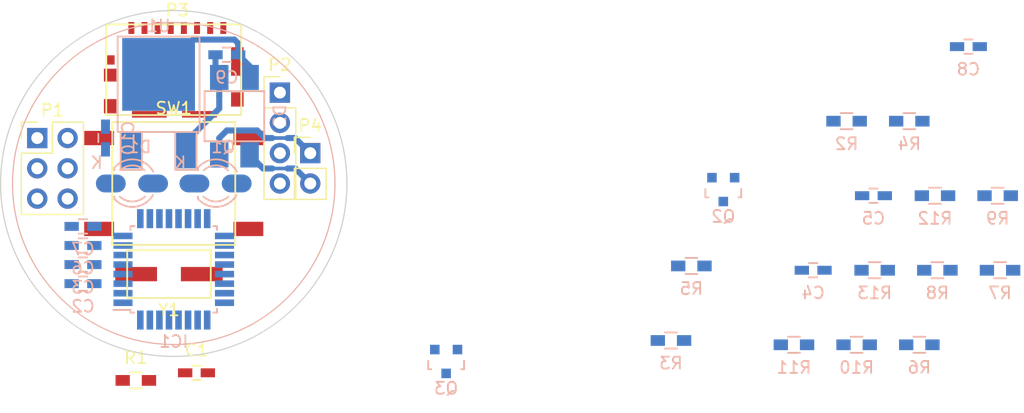
<source format=kicad_pcb>
(kicad_pcb (version 4) (host pcbnew 4.0.5-e0-6337~49~ubuntu16.04.1)

  (general
    (links 88)
    (no_connects 88)
    (area 130.449999 80.449999 159.550001 109.550001)
    (thickness 1.6)
    (drawings 2)
    (tracks 25)
    (zones 0)
    (modules 36)
    (nets 39)
  )

  (page A4)
  (layers
    (0 F.Cu signal)
    (31 B.Cu signal)
    (32 B.Adhes user)
    (33 F.Adhes user)
    (34 B.Paste user)
    (35 F.Paste user)
    (36 B.SilkS user)
    (37 F.SilkS user)
    (38 B.Mask user)
    (39 F.Mask user)
    (40 Dwgs.User user)
    (41 Cmts.User user)
    (42 Eco1.User user)
    (43 Eco2.User user)
    (44 Edge.Cuts user)
    (45 Margin user)
    (46 B.CrtYd user)
    (47 F.CrtYd user)
    (48 B.Fab user)
    (49 F.Fab user)
  )

  (setup
    (last_trace_width 0.3048)
    (user_trace_width 0.2032)
    (user_trace_width 0.254)
    (user_trace_width 0.3048)
    (user_trace_width 0.4064)
    (user_trace_width 0.508)
    (trace_clearance 0.254)
    (zone_clearance 0.508)
    (zone_45_only no)
    (trace_min 0.2032)
    (segment_width 0.1)
    (edge_width 0.1)
    (via_size 0.6096)
    (via_drill 0.3048)
    (via_min_size 0.6096)
    (via_min_drill 0.3048)
    (uvia_size 0.3)
    (uvia_drill 0.1)
    (uvias_allowed no)
    (uvia_min_size 0)
    (uvia_min_drill 0)
    (pcb_text_width 0.3)
    (pcb_text_size 1.5 1.5)
    (mod_edge_width 0.15)
    (mod_text_size 1 1)
    (mod_text_width 0.15)
    (pad_size 1.5 1.5)
    (pad_drill 0.6)
    (pad_to_mask_clearance 0)
    (aux_axis_origin 0 0)
    (grid_origin 145 95)
    (visible_elements FFFFFF7F)
    (pcbplotparams
      (layerselection 0x00030_80000001)
      (usegerberextensions false)
      (excludeedgelayer true)
      (linewidth 0.100000)
      (plotframeref false)
      (viasonmask false)
      (mode 1)
      (useauxorigin false)
      (hpglpennumber 1)
      (hpglpenspeed 20)
      (hpglpendiameter 15)
      (hpglpenoverlay 2)
      (psnegative false)
      (psa4output false)
      (plotreference true)
      (plotvalue true)
      (plotinvisibletext false)
      (padsonsilk false)
      (subtractmaskfromsilk false)
      (outputformat 1)
      (mirror false)
      (drillshape 1)
      (scaleselection 1)
      (outputdirectory ""))
  )

  (net 0 "")
  (net 1 RESET)
  (net 2 GND)
  (net 3 +3V3)
  (net 4 "Net-(C5-Pad1)")
  (net 5 XTAL1)
  (net 6 XTAL2)
  (net 7 VCC)
  (net 8 "Net-(D1-Pad1)")
  (net 9 "Net-(D1-Pad2)")
  (net 10 "Net-(D2-Pad4)")
  (net 11 "Net-(IC1-Pad1)")
  (net 12 "Net-(IC1-Pad2)")
  (net 13 "Net-(IC1-Pad9)")
  (net 14 "Net-(IC1-Pad10)")
  (net 15 "Net-(IC1-Pad11)")
  (net 16 "Net-(IC1-Pad12)")
  (net 17 "Net-(IC1-Pad13)")
  (net 18 SS)
  (net 19 MOSI)
  (net 20 MISO)
  (net 21 SCK)
  (net 22 "Net-(IC1-Pad19)")
  (net 23 "Net-(IC1-Pad22)")
  (net 24 SW)
  (net 25 LED1)
  (net 26 LED2)
  (net 27 UART_EN)
  (net 28 DETECT)
  (net 29 "Net-(IC1-Pad28)")
  (net 30 RX)
  (net 31 TX)
  (net 32 "Net-(IC1-Pad32)")
  (net 33 "Net-(P3-Pad1)")
  (net 34 "Net-(P3-Pad8)")
  (net 35 "Net-(Q1-Pad2)")
  (net 36 "Net-(Q3-Pad1)")
  (net 37 "Net-(R10-Pad2)")
  (net 38 "Net-(D2-Pad3)")

  (net_class Default "This is the default net class."
    (clearance 0.254)
    (trace_width 0.3048)
    (via_dia 0.6096)
    (via_drill 0.3048)
    (uvia_dia 0.3)
    (uvia_drill 0.1)
    (add_net +3V3)
    (add_net DETECT)
    (add_net GND)
    (add_net LED1)
    (add_net LED2)
    (add_net MISO)
    (add_net MOSI)
    (add_net "Net-(C5-Pad1)")
    (add_net "Net-(D1-Pad1)")
    (add_net "Net-(D1-Pad2)")
    (add_net "Net-(D2-Pad3)")
    (add_net "Net-(D2-Pad4)")
    (add_net "Net-(IC1-Pad1)")
    (add_net "Net-(IC1-Pad10)")
    (add_net "Net-(IC1-Pad11)")
    (add_net "Net-(IC1-Pad12)")
    (add_net "Net-(IC1-Pad13)")
    (add_net "Net-(IC1-Pad19)")
    (add_net "Net-(IC1-Pad2)")
    (add_net "Net-(IC1-Pad22)")
    (add_net "Net-(IC1-Pad28)")
    (add_net "Net-(IC1-Pad32)")
    (add_net "Net-(IC1-Pad9)")
    (add_net "Net-(P3-Pad1)")
    (add_net "Net-(P3-Pad8)")
    (add_net "Net-(Q1-Pad2)")
    (add_net "Net-(Q3-Pad1)")
    (add_net "Net-(R10-Pad2)")
    (add_net RESET)
    (add_net RX)
    (add_net SCK)
    (add_net SS)
    (add_net SW)
    (add_net TX)
    (add_net UART_EN)
    (add_net VCC)
    (add_net XTAL1)
    (add_net XTAL2)
  )

  (module Pin_Headers:Pin_Header_Straight_2x03_Pitch2.54mm locked (layer F.Cu) (tedit 59650532) (tstamp 5A428738)
    (at 133.57 91.19)
    (descr "Through hole straight pin header, 2x03, 2.54mm pitch, double rows")
    (tags "Through hole pin header THT 2x03 2.54mm double row")
    (path /5A2311F6)
    (fp_text reference P1 (at 1.27 -2.33) (layer F.SilkS)
      (effects (font (size 1 1) (thickness 0.15)))
    )
    (fp_text value ISP (at 1.27 7.41) (layer F.Fab)
      (effects (font (size 1 1) (thickness 0.15)))
    )
    (fp_line (start 0 -1.27) (end 3.81 -1.27) (layer F.Fab) (width 0.1))
    (fp_line (start 3.81 -1.27) (end 3.81 6.35) (layer F.Fab) (width 0.1))
    (fp_line (start 3.81 6.35) (end -1.27 6.35) (layer F.Fab) (width 0.1))
    (fp_line (start -1.27 6.35) (end -1.27 0) (layer F.Fab) (width 0.1))
    (fp_line (start -1.27 0) (end 0 -1.27) (layer F.Fab) (width 0.1))
    (fp_line (start -1.33 6.41) (end 3.87 6.41) (layer F.SilkS) (width 0.12))
    (fp_line (start -1.33 1.27) (end -1.33 6.41) (layer F.SilkS) (width 0.12))
    (fp_line (start 3.87 -1.33) (end 3.87 6.41) (layer F.SilkS) (width 0.12))
    (fp_line (start -1.33 1.27) (end 1.27 1.27) (layer F.SilkS) (width 0.12))
    (fp_line (start 1.27 1.27) (end 1.27 -1.33) (layer F.SilkS) (width 0.12))
    (fp_line (start 1.27 -1.33) (end 3.87 -1.33) (layer F.SilkS) (width 0.12))
    (fp_line (start -1.33 0) (end -1.33 -1.33) (layer F.SilkS) (width 0.12))
    (fp_line (start -1.33 -1.33) (end 0 -1.33) (layer F.SilkS) (width 0.12))
    (fp_line (start -1.8 -1.8) (end -1.8 6.85) (layer F.CrtYd) (width 0.05))
    (fp_line (start -1.8 6.85) (end 4.35 6.85) (layer F.CrtYd) (width 0.05))
    (fp_line (start 4.35 6.85) (end 4.35 -1.8) (layer F.CrtYd) (width 0.05))
    (fp_line (start 4.35 -1.8) (end -1.8 -1.8) (layer F.CrtYd) (width 0.05))
    (fp_text user %R (at 1.27 2.54 90) (layer F.Fab)
      (effects (font (size 1 1) (thickness 0.15)))
    )
    (pad 1 thru_hole rect (at 0 0) (size 1.7 1.7) (drill 1) (layers *.Cu *.Mask)
      (net 20 MISO))
    (pad 2 thru_hole oval (at 2.54 0) (size 1.7 1.7) (drill 1) (layers *.Cu *.Mask)
      (net 3 +3V3))
    (pad 3 thru_hole oval (at 0 2.54) (size 1.7 1.7) (drill 1) (layers *.Cu *.Mask)
      (net 21 SCK))
    (pad 4 thru_hole oval (at 2.54 2.54) (size 1.7 1.7) (drill 1) (layers *.Cu *.Mask)
      (net 19 MOSI))
    (pad 5 thru_hole oval (at 0 5.08) (size 1.7 1.7) (drill 1) (layers *.Cu *.Mask)
      (net 1 RESET))
    (pad 6 thru_hole oval (at 2.54 5.08) (size 1.7 1.7) (drill 1) (layers *.Cu *.Mask)
      (net 2 GND))
    (model ${KISYS3DMOD}/Pin_Headers.3dshapes/Pin_Header_Straight_2x03_Pitch2.54mm.wrl
      (at (xyz 0 0 0))
      (scale (xyz 1 1 1))
      (rotate (xyz 0 0 0))
    )
  )

  (module Pin_Headers:Pin_Header_Straight_1x04_Pitch2.54mm locked (layer F.Cu) (tedit 59650532) (tstamp 5A428740)
    (at 153.89 87.38)
    (descr "Through hole straight pin header, 1x04, 2.54mm pitch, single row")
    (tags "Through hole pin header THT 1x04 2.54mm single row")
    (path /5A2EF120)
    (fp_text reference P2 (at 0 -2.33) (layer F.SilkS)
      (effects (font (size 1 1) (thickness 0.15)))
    )
    (fp_text value UART (at 0 9.95) (layer F.Fab)
      (effects (font (size 1 1) (thickness 0.15)))
    )
    (fp_line (start -0.635 -1.27) (end 1.27 -1.27) (layer F.Fab) (width 0.1))
    (fp_line (start 1.27 -1.27) (end 1.27 8.89) (layer F.Fab) (width 0.1))
    (fp_line (start 1.27 8.89) (end -1.27 8.89) (layer F.Fab) (width 0.1))
    (fp_line (start -1.27 8.89) (end -1.27 -0.635) (layer F.Fab) (width 0.1))
    (fp_line (start -1.27 -0.635) (end -0.635 -1.27) (layer F.Fab) (width 0.1))
    (fp_line (start -1.33 8.95) (end 1.33 8.95) (layer F.SilkS) (width 0.12))
    (fp_line (start -1.33 1.27) (end -1.33 8.95) (layer F.SilkS) (width 0.12))
    (fp_line (start 1.33 1.27) (end 1.33 8.95) (layer F.SilkS) (width 0.12))
    (fp_line (start -1.33 1.27) (end 1.33 1.27) (layer F.SilkS) (width 0.12))
    (fp_line (start -1.33 0) (end -1.33 -1.33) (layer F.SilkS) (width 0.12))
    (fp_line (start -1.33 -1.33) (end 0 -1.33) (layer F.SilkS) (width 0.12))
    (fp_line (start -1.8 -1.8) (end -1.8 9.4) (layer F.CrtYd) (width 0.05))
    (fp_line (start -1.8 9.4) (end 1.8 9.4) (layer F.CrtYd) (width 0.05))
    (fp_line (start 1.8 9.4) (end 1.8 -1.8) (layer F.CrtYd) (width 0.05))
    (fp_line (start 1.8 -1.8) (end -1.8 -1.8) (layer F.CrtYd) (width 0.05))
    (fp_text user %R (at 0 3.81 90) (layer F.Fab)
      (effects (font (size 1 1) (thickness 0.15)))
    )
    (pad 1 thru_hole rect (at 0 0) (size 1.7 1.7) (drill 1) (layers *.Cu *.Mask)
      (net 27 UART_EN))
    (pad 2 thru_hole oval (at 0 2.54) (size 1.7 1.7) (drill 1) (layers *.Cu *.Mask)
      (net 30 RX))
    (pad 3 thru_hole oval (at 0 5.08) (size 1.7 1.7) (drill 1) (layers *.Cu *.Mask)
      (net 31 TX))
    (pad 4 thru_hole oval (at 0 7.62) (size 1.7 1.7) (drill 1) (layers *.Cu *.Mask)
      (net 2 GND))
    (model ${KISYS3DMOD}/Pin_Headers.3dshapes/Pin_Header_Straight_1x04_Pitch2.54mm.wrl
      (at (xyz 0 0 0))
      (scale (xyz 1 1 1))
      (rotate (xyz 0 0 0))
    )
  )

  (module TO_SOT_Packages_SMD:TO-252-2Lead (layer B.Cu) (tedit 0) (tstamp 5A4287EF)
    (at 143.73 92.206 180)
    (descr "DPAK / TO-252 2-lead smd package")
    (tags "dpak TO-252")
    (path /5A2854BD/5A289269)
    (attr smd)
    (fp_text reference U1 (at 0 10.414 180) (layer B.SilkS)
      (effects (font (size 1 1) (thickness 0.15)) (justify mirror))
    )
    (fp_text value 78M33C (at 0 2.413 180) (layer B.Fab)
      (effects (font (size 1 1) (thickness 0.15)) (justify mirror))
    )
    (fp_line (start 1.397 1.524) (end 1.397 -1.651) (layer B.SilkS) (width 0.15))
    (fp_line (start 1.397 -1.651) (end 3.175 -1.651) (layer B.SilkS) (width 0.15))
    (fp_line (start 3.175 -1.651) (end 3.175 1.524) (layer B.SilkS) (width 0.15))
    (fp_line (start -3.175 1.524) (end -3.175 -1.651) (layer B.SilkS) (width 0.15))
    (fp_line (start -3.175 -1.651) (end -1.397 -1.651) (layer B.SilkS) (width 0.15))
    (fp_line (start -1.397 -1.651) (end -1.397 1.524) (layer B.SilkS) (width 0.15))
    (fp_line (start 3.429 7.62) (end 3.429 1.524) (layer B.SilkS) (width 0.15))
    (fp_line (start 3.429 1.524) (end -3.429 1.524) (layer B.SilkS) (width 0.15))
    (fp_line (start -3.429 1.524) (end -3.429 9.398) (layer B.SilkS) (width 0.15))
    (fp_line (start -3.429 9.525) (end 3.429 9.525) (layer B.SilkS) (width 0.15))
    (fp_line (start 3.429 9.398) (end 3.429 7.62) (layer B.SilkS) (width 0.15))
    (pad 1 smd rect (at -2.286 0 180) (size 1.651 3.048) (layers B.Cu B.Paste B.Mask)
      (net 7 VCC))
    (pad 2 smd rect (at 0 6.35 180) (size 6.096 6.096) (layers B.Cu B.Paste B.Mask)
      (net 2 GND))
    (pad 3 smd rect (at 2.286 0 180) (size 1.651 3.048) (layers B.Cu B.Paste B.Mask)
      (net 3 +3V3))
    (model TO_SOT_Packages_SMD.3dshapes/TO-252-2Lead.wrl
      (at (xyz 0 0 0))
      (scale (xyz 1 1 1))
      (rotate (xyz 0 0 0))
    )
  )

  (module TO_SOT_Packages_SMD:SOT-23 (layer B.Cu) (tedit 553634F8) (tstamp 5A42878E)
    (at 167.810001 109.924999)
    (descr "SOT-23, Standard")
    (tags SOT-23)
    (path /5A22E3A4)
    (attr smd)
    (fp_text reference Q3 (at 0 2.25) (layer B.SilkS)
      (effects (font (size 1 1) (thickness 0.15)) (justify mirror))
    )
    (fp_text value BC807-40 (at 0 -2.3) (layer B.Fab)
      (effects (font (size 1 1) (thickness 0.15)) (justify mirror))
    )
    (fp_line (start -1.65 1.6) (end 1.65 1.6) (layer B.CrtYd) (width 0.05))
    (fp_line (start 1.65 1.6) (end 1.65 -1.6) (layer B.CrtYd) (width 0.05))
    (fp_line (start 1.65 -1.6) (end -1.65 -1.6) (layer B.CrtYd) (width 0.05))
    (fp_line (start -1.65 -1.6) (end -1.65 1.6) (layer B.CrtYd) (width 0.05))
    (fp_line (start 1.29916 0.65024) (end 1.2509 0.65024) (layer B.SilkS) (width 0.15))
    (fp_line (start -1.49982 -0.0508) (end -1.49982 0.65024) (layer B.SilkS) (width 0.15))
    (fp_line (start -1.49982 0.65024) (end -1.2509 0.65024) (layer B.SilkS) (width 0.15))
    (fp_line (start 1.29916 0.65024) (end 1.49982 0.65024) (layer B.SilkS) (width 0.15))
    (fp_line (start 1.49982 0.65024) (end 1.49982 -0.0508) (layer B.SilkS) (width 0.15))
    (pad 1 smd rect (at -0.95 -1.00076) (size 0.8001 0.8001) (layers B.Cu B.Paste B.Mask)
      (net 36 "Net-(Q3-Pad1)"))
    (pad 2 smd rect (at 0.95 -1.00076) (size 0.8001 0.8001) (layers B.Cu B.Paste B.Mask)
      (net 3 +3V3))
    (pad 3 smd rect (at 0 0.99822) (size 0.8001 0.8001) (layers B.Cu B.Paste B.Mask)
      (net 9 "Net-(D1-Pad2)"))
    (model TO_SOT_Packages_SMD.3dshapes/SOT-23.wrl
      (at (xyz 0 0 0))
      (scale (xyz 1 1 1))
      (rotate (xyz 0 0 0))
    )
  )

  (module TO_SOT_Packages_SMD:SOT-23 (layer B.Cu) (tedit 553634F8) (tstamp 5A428787)
    (at 191.020001 95.514999)
    (descr "SOT-23, Standard")
    (tags SOT-23)
    (path /5A1B4FE3)
    (attr smd)
    (fp_text reference Q2 (at 0 2.25) (layer B.SilkS)
      (effects (font (size 1 1) (thickness 0.15)) (justify mirror))
    )
    (fp_text value BC817-40 (at 0 -2.3) (layer B.Fab)
      (effects (font (size 1 1) (thickness 0.15)) (justify mirror))
    )
    (fp_line (start -1.65 1.6) (end 1.65 1.6) (layer B.CrtYd) (width 0.05))
    (fp_line (start 1.65 1.6) (end 1.65 -1.6) (layer B.CrtYd) (width 0.05))
    (fp_line (start 1.65 -1.6) (end -1.65 -1.6) (layer B.CrtYd) (width 0.05))
    (fp_line (start -1.65 -1.6) (end -1.65 1.6) (layer B.CrtYd) (width 0.05))
    (fp_line (start 1.29916 0.65024) (end 1.2509 0.65024) (layer B.SilkS) (width 0.15))
    (fp_line (start -1.49982 -0.0508) (end -1.49982 0.65024) (layer B.SilkS) (width 0.15))
    (fp_line (start -1.49982 0.65024) (end -1.2509 0.65024) (layer B.SilkS) (width 0.15))
    (fp_line (start 1.29916 0.65024) (end 1.49982 0.65024) (layer B.SilkS) (width 0.15))
    (fp_line (start 1.49982 0.65024) (end 1.49982 -0.0508) (layer B.SilkS) (width 0.15))
    (pad 1 smd rect (at -0.95 -1.00076) (size 0.8001 0.8001) (layers B.Cu B.Paste B.Mask)
      (net 35 "Net-(Q1-Pad2)"))
    (pad 2 smd rect (at 0.95 -1.00076) (size 0.8001 0.8001) (layers B.Cu B.Paste B.Mask)
      (net 2 GND))
    (pad 3 smd rect (at 0 0.99822) (size 0.8001 0.8001) (layers B.Cu B.Paste B.Mask)
      (net 30 RX))
    (model TO_SOT_Packages_SMD.3dshapes/SOT-23.wrl
      (at (xyz 0 0 0))
      (scale (xyz 1 1 1))
      (rotate (xyz 0 0 0))
    )
  )

  (module Pin_Headers:Pin_Header_Straight_1x02_Pitch2.54mm locked (layer F.Cu) (tedit 59650532) (tstamp 5A42877A)
    (at 156.43 92.46)
    (descr "Through hole straight pin header, 1x02, 2.54mm pitch, single row")
    (tags "Through hole pin header THT 1x02 2.54mm single row")
    (path /5A2854BD/5A289256)
    (fp_text reference P4 (at 0 -2.33) (layer F.SilkS)
      (effects (font (size 1 1) (thickness 0.15)))
    )
    (fp_text value Vin (at 0 4.87) (layer F.Fab)
      (effects (font (size 1 1) (thickness 0.15)))
    )
    (fp_line (start -0.635 -1.27) (end 1.27 -1.27) (layer F.Fab) (width 0.1))
    (fp_line (start 1.27 -1.27) (end 1.27 3.81) (layer F.Fab) (width 0.1))
    (fp_line (start 1.27 3.81) (end -1.27 3.81) (layer F.Fab) (width 0.1))
    (fp_line (start -1.27 3.81) (end -1.27 -0.635) (layer F.Fab) (width 0.1))
    (fp_line (start -1.27 -0.635) (end -0.635 -1.27) (layer F.Fab) (width 0.1))
    (fp_line (start -1.33 3.87) (end 1.33 3.87) (layer F.SilkS) (width 0.12))
    (fp_line (start -1.33 1.27) (end -1.33 3.87) (layer F.SilkS) (width 0.12))
    (fp_line (start 1.33 1.27) (end 1.33 3.87) (layer F.SilkS) (width 0.12))
    (fp_line (start -1.33 1.27) (end 1.33 1.27) (layer F.SilkS) (width 0.12))
    (fp_line (start -1.33 0) (end -1.33 -1.33) (layer F.SilkS) (width 0.12))
    (fp_line (start -1.33 -1.33) (end 0 -1.33) (layer F.SilkS) (width 0.12))
    (fp_line (start -1.8 -1.8) (end -1.8 4.35) (layer F.CrtYd) (width 0.05))
    (fp_line (start -1.8 4.35) (end 1.8 4.35) (layer F.CrtYd) (width 0.05))
    (fp_line (start 1.8 4.35) (end 1.8 -1.8) (layer F.CrtYd) (width 0.05))
    (fp_line (start 1.8 -1.8) (end -1.8 -1.8) (layer F.CrtYd) (width 0.05))
    (fp_text user %R (at 0 1.27 90) (layer F.Fab)
      (effects (font (size 1 1) (thickness 0.15)))
    )
    (pad 1 thru_hole rect (at 0 0) (size 1.7 1.7) (drill 1) (layers *.Cu *.Mask)
      (net 10 "Net-(D2-Pad4)"))
    (pad 2 thru_hole oval (at 0 2.54) (size 1.7 1.7) (drill 1) (layers *.Cu *.Mask)
      (net 38 "Net-(D2-Pad3)"))
    (model ${KISYS3DMOD}/Pin_Headers.3dshapes/Pin_Header_Straight_1x02_Pitch2.54mm.wrl
      (at (xyz 0 0 0))
      (scale (xyz 1 1 1))
      (rotate (xyz 0 0 0))
    )
  )

  (module Housings_QFP:TQFP-32_7x7mm_Pitch0.8mm (layer B.Cu) (tedit 54130A77) (tstamp 5A42872E)
    (at 145 102.2)
    (descr "32-Lead Plastic Thin Quad Flatpack (PT) - 7x7x1.0 mm Body, 2.00 mm [TQFP] (see Microchip Packaging Specification 00000049BS.pdf)")
    (tags "QFP 0.8")
    (path /5A1B499F)
    (attr smd)
    (fp_text reference IC1 (at 0 6.05) (layer B.SilkS)
      (effects (font (size 1 1) (thickness 0.15)) (justify mirror))
    )
    (fp_text value ATMEGA328P-A (at 0 -6.05) (layer B.Fab)
      (effects (font (size 1 1) (thickness 0.15)) (justify mirror))
    )
    (fp_text user %R (at 0 0.03) (layer B.Fab)
      (effects (font (size 1 1) (thickness 0.15)) (justify mirror))
    )
    (fp_line (start -2.5 3.5) (end 3.5 3.5) (layer B.Fab) (width 0.15))
    (fp_line (start 3.5 3.5) (end 3.5 -3.5) (layer B.Fab) (width 0.15))
    (fp_line (start 3.5 -3.5) (end -3.5 -3.5) (layer B.Fab) (width 0.15))
    (fp_line (start -3.5 -3.5) (end -3.5 2.5) (layer B.Fab) (width 0.15))
    (fp_line (start -3.5 2.5) (end -2.5 3.5) (layer B.Fab) (width 0.15))
    (fp_line (start -5.3 5.3) (end -5.3 -5.3) (layer B.CrtYd) (width 0.05))
    (fp_line (start 5.3 5.3) (end 5.3 -5.3) (layer B.CrtYd) (width 0.05))
    (fp_line (start -5.3 5.3) (end 5.3 5.3) (layer B.CrtYd) (width 0.05))
    (fp_line (start -5.3 -5.3) (end 5.3 -5.3) (layer B.CrtYd) (width 0.05))
    (fp_line (start -3.625 3.625) (end -3.625 3.4) (layer B.SilkS) (width 0.15))
    (fp_line (start 3.625 3.625) (end 3.625 3.3) (layer B.SilkS) (width 0.15))
    (fp_line (start 3.625 -3.625) (end 3.625 -3.3) (layer B.SilkS) (width 0.15))
    (fp_line (start -3.625 -3.625) (end -3.625 -3.3) (layer B.SilkS) (width 0.15))
    (fp_line (start -3.625 3.625) (end -3.3 3.625) (layer B.SilkS) (width 0.15))
    (fp_line (start -3.625 -3.625) (end -3.3 -3.625) (layer B.SilkS) (width 0.15))
    (fp_line (start 3.625 -3.625) (end 3.3 -3.625) (layer B.SilkS) (width 0.15))
    (fp_line (start 3.625 3.625) (end 3.3 3.625) (layer B.SilkS) (width 0.15))
    (fp_line (start -3.625 3.4) (end -5.05 3.4) (layer B.SilkS) (width 0.15))
    (pad 1 smd rect (at -4.25 2.8) (size 1.6 0.55) (layers B.Cu B.Paste B.Mask)
      (net 11 "Net-(IC1-Pad1)"))
    (pad 2 smd rect (at -4.25 2) (size 1.6 0.55) (layers B.Cu B.Paste B.Mask)
      (net 12 "Net-(IC1-Pad2)"))
    (pad 3 smd rect (at -4.25 1.2) (size 1.6 0.55) (layers B.Cu B.Paste B.Mask)
      (net 2 GND))
    (pad 4 smd rect (at -4.25 0.4) (size 1.6 0.55) (layers B.Cu B.Paste B.Mask)
      (net 3 +3V3))
    (pad 5 smd rect (at -4.25 -0.4) (size 1.6 0.55) (layers B.Cu B.Paste B.Mask)
      (net 2 GND))
    (pad 6 smd rect (at -4.25 -1.2) (size 1.6 0.55) (layers B.Cu B.Paste B.Mask)
      (net 3 +3V3))
    (pad 7 smd rect (at -4.25 -2) (size 1.6 0.55) (layers B.Cu B.Paste B.Mask)
      (net 5 XTAL1))
    (pad 8 smd rect (at -4.25 -2.8) (size 1.6 0.55) (layers B.Cu B.Paste B.Mask)
      (net 6 XTAL2))
    (pad 9 smd rect (at -2.8 -4.25 270) (size 1.6 0.55) (layers B.Cu B.Paste B.Mask)
      (net 13 "Net-(IC1-Pad9)"))
    (pad 10 smd rect (at -2 -4.25 270) (size 1.6 0.55) (layers B.Cu B.Paste B.Mask)
      (net 14 "Net-(IC1-Pad10)"))
    (pad 11 smd rect (at -1.2 -4.25 270) (size 1.6 0.55) (layers B.Cu B.Paste B.Mask)
      (net 15 "Net-(IC1-Pad11)"))
    (pad 12 smd rect (at -0.4 -4.25 270) (size 1.6 0.55) (layers B.Cu B.Paste B.Mask)
      (net 16 "Net-(IC1-Pad12)"))
    (pad 13 smd rect (at 0.4 -4.25 270) (size 1.6 0.55) (layers B.Cu B.Paste B.Mask)
      (net 17 "Net-(IC1-Pad13)"))
    (pad 14 smd rect (at 1.2 -4.25 270) (size 1.6 0.55) (layers B.Cu B.Paste B.Mask)
      (net 18 SS))
    (pad 15 smd rect (at 2 -4.25 270) (size 1.6 0.55) (layers B.Cu B.Paste B.Mask)
      (net 19 MOSI))
    (pad 16 smd rect (at 2.8 -4.25 270) (size 1.6 0.55) (layers B.Cu B.Paste B.Mask)
      (net 20 MISO))
    (pad 17 smd rect (at 4.25 -2.8) (size 1.6 0.55) (layers B.Cu B.Paste B.Mask)
      (net 21 SCK))
    (pad 18 smd rect (at 4.25 -2) (size 1.6 0.55) (layers B.Cu B.Paste B.Mask)
      (net 3 +3V3))
    (pad 19 smd rect (at 4.25 -1.2) (size 1.6 0.55) (layers B.Cu B.Paste B.Mask)
      (net 22 "Net-(IC1-Pad19)"))
    (pad 20 smd rect (at 4.25 -0.4) (size 1.6 0.55) (layers B.Cu B.Paste B.Mask)
      (net 4 "Net-(C5-Pad1)"))
    (pad 21 smd rect (at 4.25 0.4) (size 1.6 0.55) (layers B.Cu B.Paste B.Mask)
      (net 2 GND))
    (pad 22 smd rect (at 4.25 1.2) (size 1.6 0.55) (layers B.Cu B.Paste B.Mask)
      (net 23 "Net-(IC1-Pad22)"))
    (pad 23 smd rect (at 4.25 2) (size 1.6 0.55) (layers B.Cu B.Paste B.Mask)
      (net 24 SW))
    (pad 24 smd rect (at 4.25 2.8) (size 1.6 0.55) (layers B.Cu B.Paste B.Mask)
      (net 25 LED1))
    (pad 25 smd rect (at 2.8 4.25 270) (size 1.6 0.55) (layers B.Cu B.Paste B.Mask)
      (net 26 LED2))
    (pad 26 smd rect (at 2 4.25 270) (size 1.6 0.55) (layers B.Cu B.Paste B.Mask)
      (net 27 UART_EN))
    (pad 27 smd rect (at 1.2 4.25 270) (size 1.6 0.55) (layers B.Cu B.Paste B.Mask)
      (net 28 DETECT))
    (pad 28 smd rect (at 0.4 4.25 270) (size 1.6 0.55) (layers B.Cu B.Paste B.Mask)
      (net 29 "Net-(IC1-Pad28)"))
    (pad 29 smd rect (at -0.4 4.25 270) (size 1.6 0.55) (layers B.Cu B.Paste B.Mask)
      (net 1 RESET))
    (pad 30 smd rect (at -1.2 4.25 270) (size 1.6 0.55) (layers B.Cu B.Paste B.Mask)
      (net 30 RX))
    (pad 31 smd rect (at -2 4.25 270) (size 1.6 0.55) (layers B.Cu B.Paste B.Mask)
      (net 31 TX))
    (pad 32 smd rect (at -2.8 4.25 270) (size 1.6 0.55) (layers B.Cu B.Paste B.Mask)
      (net 32 "Net-(IC1-Pad32)"))
    (model Housings_QFP.3dshapes/TQFP-32_7x7mm_Pitch0.8mm.wrl
      (at (xyz 0 0 0))
      (scale (xyz 1 1 1))
      (rotate (xyz 0 0 0))
    )
  )

  (module Buttons_Switches_SMD:4FSH9XX locked (layer F.Cu) (tedit 5A3E3047) (tstamp 5A4287E8)
    (at 145 95)
    (path /5A3E48BC)
    (fp_text reference SW1 (at 0 -6.31) (layer F.SilkS)
      (effects (font (size 1 1) (thickness 0.15)))
    )
    (fp_text value SW_LED2 (at 0 -0.06) (layer F.Fab)
      (effects (font (size 1 1) (thickness 0.15)))
    )
    (fp_line (start 5.15 5.15) (end 5.15 -5.15) (layer F.SilkS) (width 0.15))
    (fp_line (start -5.15 5.15) (end 5.15 5.15) (layer F.SilkS) (width 0.15))
    (fp_line (start -5.15 -5.15) (end -5.15 5.15) (layer F.SilkS) (width 0.15))
    (fp_line (start 5.15 -5.15) (end -5.15 -5.15) (layer F.SilkS) (width 0.15))
    (pad 1 smd rect (at 6.25 -3.81) (size 2.5 1.2) (layers F.Cu F.Paste F.Mask)
      (net 24 SW))
    (pad 2 smd rect (at -6.25 -3.81) (size 2.5 1.2) (layers F.Cu F.Paste F.Mask)
      (net 26 LED2))
    (pad 3 smd rect (at 6.25 3.81) (size 2.5 1.2) (layers F.Cu F.Paste F.Mask)
      (net 37 "Net-(R10-Pad2)"))
    (pad 4 smd rect (at -6.25 3.81) (size 2.5 1.2) (layers F.Cu F.Paste F.Mask)
      (net 2 GND))
    (model Buttons_Switches_SMD.3dshapes/4FSH9XX.wrl
      (at (xyz 0 0 0))
      (scale (xyz 0.393701 0.393701 0.393701))
      (rotate (xyz 0 0 0))
    )
  )

  (module Connectors:105162-0101 locked (layer F.Cu) (tedit 5A411D2A) (tstamp 5A428774)
    (at 145 81.665 180)
    (path /5A2732BE)
    (fp_text reference P3 (at -0.3 1.2 180) (layer F.SilkS)
      (effects (font (size 1 1) (thickness 0.15)))
    )
    (fp_text value microSD_SPI (at -0.3 -8.8 180) (layer F.Fab)
      (effects (font (size 1 1) (thickness 0.15)))
    )
    (fp_line (start -5.65 -7.6) (end -5.65 0) (layer F.SilkS) (width 0.15))
    (fp_line (start 5.65 -7.6) (end -5.65 -7.6) (layer F.SilkS) (width 0.15))
    (fp_line (start 5.65 0) (end 5.65 -7.6) (layer F.SilkS) (width 0.15))
    (fp_line (start -5.65 0) (end 5.65 0) (layer F.SilkS) (width 0.15))
    (fp_text user "No Traces" (at -0.4 -4.05 180) (layer Eco2.User)
      (effects (font (size 0.7 0.7) (thickness 0.1) italic))
    )
    (fp_line (start 3.5 -6) (end 3.8 -5.7) (layer Eco2.User) (width 0.01))
    (fp_line (start 3.8 -4.7) (end 2.5 -6) (layer Eco2.User) (width 0.01))
    (fp_line (start 1.5 -6) (end 3.8 -3.7) (layer Eco2.User) (width 0.01))
    (fp_line (start 0.5 -6) (end 3.8 -2.7) (layer Eco2.User) (width 0.01))
    (fp_line (start 3.4 -2.1) (end -0.5 -6) (layer Eco2.User) (width 0.01))
    (fp_line (start 2.4 -2.1) (end -1.5 -6) (layer Eco2.User) (width 0.01))
    (fp_line (start 1.4 -2.1) (end -2.5 -6) (layer Eco2.User) (width 0.01))
    (fp_line (start 0.4 -2.1) (end -3.5 -6) (layer Eco2.User) (width 0.01))
    (fp_line (start -4.5 -6) (end -0.6 -2.1) (layer Eco2.User) (width 0.01))
    (fp_line (start -1.6 -2.1) (end -4.6 -5.1) (layer Eco2.User) (width 0.01))
    (fp_line (start -4.6 -4.1) (end -2.6 -2.1) (layer Eco2.User) (width 0.01))
    (fp_line (start -3.6 -2.1) (end -4.6 -3.1) (layer Eco2.User) (width 0.01))
    (fp_line (start -4.3 -6) (end -4.6 -5.7) (layer Eco2.User) (width 0.01))
    (fp_line (start -3.3 -6) (end -4.6 -4.7) (layer Eco2.User) (width 0.01))
    (fp_line (start -2.3 -6) (end -4.6 -3.7) (layer Eco2.User) (width 0.01))
    (fp_line (start -1.3 -6) (end -4.6 -2.7) (layer Eco2.User) (width 0.01))
    (fp_line (start -4.2 -2.1) (end -0.3 -6) (layer Eco2.User) (width 0.01))
    (fp_line (start -3.2 -2.1) (end 0.7 -6) (layer Eco2.User) (width 0.01))
    (fp_line (start 1.7 -6) (end -2.2 -2.1) (layer Eco2.User) (width 0.01))
    (fp_line (start -1.2 -2.1) (end 2.7 -6) (layer Eco2.User) (width 0.01))
    (fp_line (start -0.2 -2.1) (end 3.7 -6) (layer Eco2.User) (width 0.01))
    (fp_line (start 3.8 -5.1) (end 0.8 -2.1) (layer Eco2.User) (width 0.01))
    (fp_line (start 1.8 -2.1) (end 3.8 -4.1) (layer Eco2.User) (width 0.01))
    (fp_line (start 2.8 -2.1) (end 3.8 -3.1) (layer Eco2.User) (width 0.01))
    (fp_line (start -4.6 -2.1) (end 3.8 -2.1) (layer Eco2.User) (width 0.05))
    (fp_line (start -4.6 -6) (end -4.6 -2.1) (layer Eco2.User) (width 0.05))
    (fp_line (start 3.8 -6) (end -4.6 -6) (layer Eco2.User) (width 0.05))
    (fp_line (start 3.8 -2.1) (end 3.8 -6) (layer Eco2.User) (width 0.05))
    (pad 1 smd rect (at 3.55 -0.3 180) (size 0.5 1) (layers F.Cu F.Paste F.Mask)
      (net 33 "Net-(P3-Pad1)"))
    (pad 2 smd rect (at 2.45 -0.3 180) (size 0.5 1) (layers F.Cu F.Paste F.Mask)
      (net 18 SS))
    (pad 3 smd rect (at 1.35 -0.3 180) (size 0.5 1) (layers F.Cu F.Paste F.Mask)
      (net 19 MOSI))
    (pad 4 smd rect (at 0.25 -0.3 180) (size 0.5 1) (layers F.Cu F.Paste F.Mask)
      (net 3 +3V3))
    (pad 5 smd rect (at -0.85 -0.3 180) (size 0.5 1) (layers F.Cu F.Paste F.Mask)
      (net 21 SCK))
    (pad 6 smd rect (at -1.95 -0.3 180) (size 0.5 1) (layers F.Cu F.Paste F.Mask)
      (net 2 GND))
    (pad 7 smd rect (at -3.05 -0.3 180) (size 0.5 1) (layers F.Cu F.Paste F.Mask)
      (net 20 MISO))
    (pad 8 smd rect (at -4.15 -0.3 180) (size 0.5 1) (layers F.Cu F.Paste F.Mask)
      (net 34 "Net-(P3-Pad8)"))
    (pad 9 smd rect (at 5.31 -2.98 180) (size 0.72 0.78) (layers F.Cu F.Paste F.Mask)
      (net 28 DETECT))
    (pad G1 smd rect (at 5.325 -4.25 180) (size 1.05 1.08) (layers F.Cu F.Paste F.Mask)
      (net 2 GND))
    (pad G2 smd rect (at 5.325 -6.86 180) (size 1.05 1.2) (layers F.Cu F.Paste F.Mask)
      (net 2 GND))
    (pad G3 smd rect (at -5.325 -6.29 180) (size 1.05 1.2) (layers F.Cu F.Paste F.Mask)
      (net 2 GND))
    (pad G4 smd rect (at -5.325 -3.105 180) (size 1.05 2.39) (layers F.Cu F.Paste F.Mask)
      (net 2 GND))
    (pad "" smd rect (at 2.045 -7.535 180) (size 2.91 0.55) (layers F.Cu F.Paste F.Mask))
    (pad "" smd rect (at -2.145 -7.535 180) (size 2.91 0.55) (layers F.Cu F.Paste F.Mask))
    (model Connect.3dshapes/1051620101.wrl
      (at (xyz 0 0.172846 0.010433))
      (scale (xyz 0.393701 0.393701 0.393701))
      (rotate (xyz -90 0 0))
    )
  )

  (module Capacitors_SMD:C_0603_HandSoldering (layer F.Cu) (tedit 541A9B4D) (tstamp 5A56548E)
    (at 146.905 110.875)
    (descr "Capacitor SMD 0603, hand soldering")
    (tags "capacitor 0603")
    (path /5A23019F)
    (attr smd)
    (fp_text reference C1 (at 0 -1.9) (layer F.SilkS)
      (effects (font (size 1 1) (thickness 0.15)))
    )
    (fp_text value 100n (at 0 1.9) (layer F.Fab)
      (effects (font (size 1 1) (thickness 0.15)))
    )
    (fp_line (start -0.8 0.4) (end -0.8 -0.4) (layer F.Fab) (width 0.15))
    (fp_line (start 0.8 0.4) (end -0.8 0.4) (layer F.Fab) (width 0.15))
    (fp_line (start 0.8 -0.4) (end 0.8 0.4) (layer F.Fab) (width 0.15))
    (fp_line (start -0.8 -0.4) (end 0.8 -0.4) (layer F.Fab) (width 0.15))
    (fp_line (start -1.85 -0.75) (end 1.85 -0.75) (layer F.CrtYd) (width 0.05))
    (fp_line (start -1.85 0.75) (end 1.85 0.75) (layer F.CrtYd) (width 0.05))
    (fp_line (start -1.85 -0.75) (end -1.85 0.75) (layer F.CrtYd) (width 0.05))
    (fp_line (start 1.85 -0.75) (end 1.85 0.75) (layer F.CrtYd) (width 0.05))
    (fp_line (start -0.35 -0.6) (end 0.35 -0.6) (layer F.SilkS) (width 0.15))
    (fp_line (start 0.35 0.6) (end -0.35 0.6) (layer F.SilkS) (width 0.15))
    (pad 1 smd rect (at -0.95 0) (size 1.2 0.75) (layers F.Cu F.Paste F.Mask)
      (net 1 RESET))
    (pad 2 smd rect (at 0.95 0) (size 1.2 0.75) (layers F.Cu F.Paste F.Mask)
      (net 2 GND))
    (model Capacitors_SMD.3dshapes/C_0603_HandSoldering.wrl
      (at (xyz 0 0 0))
      (scale (xyz 1 1 1))
      (rotate (xyz 0 0 0))
    )
  )

  (module Capacitors_SMD:C_0603_HandSoldering (layer B.Cu) (tedit 541A9B4D) (tstamp 5A565493)
    (at 137.4 103.4)
    (descr "Capacitor SMD 0603, hand soldering")
    (tags "capacitor 0603")
    (path /5A1B4B8A)
    (attr smd)
    (fp_text reference C2 (at 0 1.9) (layer B.SilkS)
      (effects (font (size 1 1) (thickness 0.15)) (justify mirror))
    )
    (fp_text value 100n (at 0 -1.9) (layer B.Fab)
      (effects (font (size 1 1) (thickness 0.15)) (justify mirror))
    )
    (fp_line (start -0.8 -0.4) (end -0.8 0.4) (layer B.Fab) (width 0.15))
    (fp_line (start 0.8 -0.4) (end -0.8 -0.4) (layer B.Fab) (width 0.15))
    (fp_line (start 0.8 0.4) (end 0.8 -0.4) (layer B.Fab) (width 0.15))
    (fp_line (start -0.8 0.4) (end 0.8 0.4) (layer B.Fab) (width 0.15))
    (fp_line (start -1.85 0.75) (end 1.85 0.75) (layer B.CrtYd) (width 0.05))
    (fp_line (start -1.85 -0.75) (end 1.85 -0.75) (layer B.CrtYd) (width 0.05))
    (fp_line (start -1.85 0.75) (end -1.85 -0.75) (layer B.CrtYd) (width 0.05))
    (fp_line (start 1.85 0.75) (end 1.85 -0.75) (layer B.CrtYd) (width 0.05))
    (fp_line (start -0.35 0.6) (end 0.35 0.6) (layer B.SilkS) (width 0.15))
    (fp_line (start 0.35 -0.6) (end -0.35 -0.6) (layer B.SilkS) (width 0.15))
    (pad 1 smd rect (at -0.95 0) (size 1.2 0.75) (layers B.Cu B.Paste B.Mask)
      (net 3 +3V3))
    (pad 2 smd rect (at 0.95 0) (size 1.2 0.75) (layers B.Cu B.Paste B.Mask)
      (net 2 GND))
    (model Capacitors_SMD.3dshapes/C_0603_HandSoldering.wrl
      (at (xyz 0 0 0))
      (scale (xyz 1 1 1))
      (rotate (xyz 0 0 0))
    )
  )

  (module Capacitors_SMD:C_0603_HandSoldering (layer B.Cu) (tedit 541A9B4D) (tstamp 5A565498)
    (at 137.4 101.8)
    (descr "Capacitor SMD 0603, hand soldering")
    (tags "capacitor 0603")
    (path /5A1B4B6F)
    (attr smd)
    (fp_text reference C3 (at 0 1.9) (layer B.SilkS)
      (effects (font (size 1 1) (thickness 0.15)) (justify mirror))
    )
    (fp_text value 100n (at 0 -1.9) (layer B.Fab)
      (effects (font (size 1 1) (thickness 0.15)) (justify mirror))
    )
    (fp_line (start -0.8 -0.4) (end -0.8 0.4) (layer B.Fab) (width 0.15))
    (fp_line (start 0.8 -0.4) (end -0.8 -0.4) (layer B.Fab) (width 0.15))
    (fp_line (start 0.8 0.4) (end 0.8 -0.4) (layer B.Fab) (width 0.15))
    (fp_line (start -0.8 0.4) (end 0.8 0.4) (layer B.Fab) (width 0.15))
    (fp_line (start -1.85 0.75) (end 1.85 0.75) (layer B.CrtYd) (width 0.05))
    (fp_line (start -1.85 -0.75) (end 1.85 -0.75) (layer B.CrtYd) (width 0.05))
    (fp_line (start -1.85 0.75) (end -1.85 -0.75) (layer B.CrtYd) (width 0.05))
    (fp_line (start 1.85 0.75) (end 1.85 -0.75) (layer B.CrtYd) (width 0.05))
    (fp_line (start -0.35 0.6) (end 0.35 0.6) (layer B.SilkS) (width 0.15))
    (fp_line (start 0.35 -0.6) (end -0.35 -0.6) (layer B.SilkS) (width 0.15))
    (pad 1 smd rect (at -0.95 0) (size 1.2 0.75) (layers B.Cu B.Paste B.Mask)
      (net 3 +3V3))
    (pad 2 smd rect (at 0.95 0) (size 1.2 0.75) (layers B.Cu B.Paste B.Mask)
      (net 2 GND))
    (model Capacitors_SMD.3dshapes/C_0603_HandSoldering.wrl
      (at (xyz 0 0 0))
      (scale (xyz 1 1 1))
      (rotate (xyz 0 0 0))
    )
  )

  (module Capacitors_SMD:C_0603_HandSoldering (layer B.Cu) (tedit 541A9B4D) (tstamp 5A56549D)
    (at 198.545002 102.274999)
    (descr "Capacitor SMD 0603, hand soldering")
    (tags "capacitor 0603")
    (path /5A1B49D8)
    (attr smd)
    (fp_text reference C4 (at 0 1.9) (layer B.SilkS)
      (effects (font (size 1 1) (thickness 0.15)) (justify mirror))
    )
    (fp_text value 100n (at 0 -1.9) (layer B.Fab)
      (effects (font (size 1 1) (thickness 0.15)) (justify mirror))
    )
    (fp_line (start -0.8 -0.4) (end -0.8 0.4) (layer B.Fab) (width 0.15))
    (fp_line (start 0.8 -0.4) (end -0.8 -0.4) (layer B.Fab) (width 0.15))
    (fp_line (start 0.8 0.4) (end 0.8 -0.4) (layer B.Fab) (width 0.15))
    (fp_line (start -0.8 0.4) (end 0.8 0.4) (layer B.Fab) (width 0.15))
    (fp_line (start -1.85 0.75) (end 1.85 0.75) (layer B.CrtYd) (width 0.05))
    (fp_line (start -1.85 -0.75) (end 1.85 -0.75) (layer B.CrtYd) (width 0.05))
    (fp_line (start -1.85 0.75) (end -1.85 -0.75) (layer B.CrtYd) (width 0.05))
    (fp_line (start 1.85 0.75) (end 1.85 -0.75) (layer B.CrtYd) (width 0.05))
    (fp_line (start -0.35 0.6) (end 0.35 0.6) (layer B.SilkS) (width 0.15))
    (fp_line (start 0.35 -0.6) (end -0.35 -0.6) (layer B.SilkS) (width 0.15))
    (pad 1 smd rect (at -0.95 0) (size 1.2 0.75) (layers B.Cu B.Paste B.Mask)
      (net 3 +3V3))
    (pad 2 smd rect (at 0.95 0) (size 1.2 0.75) (layers B.Cu B.Paste B.Mask)
      (net 2 GND))
    (model Capacitors_SMD.3dshapes/C_0603_HandSoldering.wrl
      (at (xyz 0 0 0))
      (scale (xyz 1 1 1))
      (rotate (xyz 0 0 0))
    )
  )

  (module Capacitors_SMD:C_0603_HandSoldering (layer B.Cu) (tedit 541A9B4D) (tstamp 5A5654A2)
    (at 203.595002 96.024999)
    (descr "Capacitor SMD 0603, hand soldering")
    (tags "capacitor 0603")
    (path /5A22FEEE)
    (attr smd)
    (fp_text reference C5 (at 0 1.9) (layer B.SilkS)
      (effects (font (size 1 1) (thickness 0.15)) (justify mirror))
    )
    (fp_text value 100n (at 0 -1.9) (layer B.Fab)
      (effects (font (size 1 1) (thickness 0.15)) (justify mirror))
    )
    (fp_line (start -0.8 -0.4) (end -0.8 0.4) (layer B.Fab) (width 0.15))
    (fp_line (start 0.8 -0.4) (end -0.8 -0.4) (layer B.Fab) (width 0.15))
    (fp_line (start 0.8 0.4) (end 0.8 -0.4) (layer B.Fab) (width 0.15))
    (fp_line (start -0.8 0.4) (end 0.8 0.4) (layer B.Fab) (width 0.15))
    (fp_line (start -1.85 0.75) (end 1.85 0.75) (layer B.CrtYd) (width 0.05))
    (fp_line (start -1.85 -0.75) (end 1.85 -0.75) (layer B.CrtYd) (width 0.05))
    (fp_line (start -1.85 0.75) (end -1.85 -0.75) (layer B.CrtYd) (width 0.05))
    (fp_line (start 1.85 0.75) (end 1.85 -0.75) (layer B.CrtYd) (width 0.05))
    (fp_line (start -0.35 0.6) (end 0.35 0.6) (layer B.SilkS) (width 0.15))
    (fp_line (start 0.35 -0.6) (end -0.35 -0.6) (layer B.SilkS) (width 0.15))
    (pad 1 smd rect (at -0.95 0) (size 1.2 0.75) (layers B.Cu B.Paste B.Mask)
      (net 4 "Net-(C5-Pad1)"))
    (pad 2 smd rect (at 0.95 0) (size 1.2 0.75) (layers B.Cu B.Paste B.Mask)
      (net 2 GND))
    (model Capacitors_SMD.3dshapes/C_0603_HandSoldering.wrl
      (at (xyz 0 0 0))
      (scale (xyz 1 1 1))
      (rotate (xyz 0 0 0))
    )
  )

  (module Capacitors_SMD:C_0603_HandSoldering (layer B.Cu) (tedit 541A9B4D) (tstamp 5A5654A7)
    (at 137.4 100.2)
    (descr "Capacitor SMD 0603, hand soldering")
    (tags "capacitor 0603")
    (path /5A230DC5)
    (attr smd)
    (fp_text reference C6 (at 0 1.9) (layer B.SilkS)
      (effects (font (size 1 1) (thickness 0.15)) (justify mirror))
    )
    (fp_text value 22p (at 0 -1.9) (layer B.Fab)
      (effects (font (size 1 1) (thickness 0.15)) (justify mirror))
    )
    (fp_line (start -0.8 -0.4) (end -0.8 0.4) (layer B.Fab) (width 0.15))
    (fp_line (start 0.8 -0.4) (end -0.8 -0.4) (layer B.Fab) (width 0.15))
    (fp_line (start 0.8 0.4) (end 0.8 -0.4) (layer B.Fab) (width 0.15))
    (fp_line (start -0.8 0.4) (end 0.8 0.4) (layer B.Fab) (width 0.15))
    (fp_line (start -1.85 0.75) (end 1.85 0.75) (layer B.CrtYd) (width 0.05))
    (fp_line (start -1.85 -0.75) (end 1.85 -0.75) (layer B.CrtYd) (width 0.05))
    (fp_line (start -1.85 0.75) (end -1.85 -0.75) (layer B.CrtYd) (width 0.05))
    (fp_line (start 1.85 0.75) (end 1.85 -0.75) (layer B.CrtYd) (width 0.05))
    (fp_line (start -0.35 0.6) (end 0.35 0.6) (layer B.SilkS) (width 0.15))
    (fp_line (start 0.35 -0.6) (end -0.35 -0.6) (layer B.SilkS) (width 0.15))
    (pad 1 smd rect (at -0.95 0) (size 1.2 0.75) (layers B.Cu B.Paste B.Mask)
      (net 2 GND))
    (pad 2 smd rect (at 0.95 0) (size 1.2 0.75) (layers B.Cu B.Paste B.Mask)
      (net 5 XTAL1))
    (model Capacitors_SMD.3dshapes/C_0603_HandSoldering.wrl
      (at (xyz 0 0 0))
      (scale (xyz 1 1 1))
      (rotate (xyz 0 0 0))
    )
  )

  (module Capacitors_SMD:C_0603_HandSoldering (layer B.Cu) (tedit 541A9B4D) (tstamp 5A5654AC)
    (at 137.4 98.6)
    (descr "Capacitor SMD 0603, hand soldering")
    (tags "capacitor 0603")
    (path /5A230BE8)
    (attr smd)
    (fp_text reference C7 (at 0 1.9) (layer B.SilkS)
      (effects (font (size 1 1) (thickness 0.15)) (justify mirror))
    )
    (fp_text value 22p (at 0 -1.9) (layer B.Fab)
      (effects (font (size 1 1) (thickness 0.15)) (justify mirror))
    )
    (fp_line (start -0.8 -0.4) (end -0.8 0.4) (layer B.Fab) (width 0.15))
    (fp_line (start 0.8 -0.4) (end -0.8 -0.4) (layer B.Fab) (width 0.15))
    (fp_line (start 0.8 0.4) (end 0.8 -0.4) (layer B.Fab) (width 0.15))
    (fp_line (start -0.8 0.4) (end 0.8 0.4) (layer B.Fab) (width 0.15))
    (fp_line (start -1.85 0.75) (end 1.85 0.75) (layer B.CrtYd) (width 0.05))
    (fp_line (start -1.85 -0.75) (end 1.85 -0.75) (layer B.CrtYd) (width 0.05))
    (fp_line (start -1.85 0.75) (end -1.85 -0.75) (layer B.CrtYd) (width 0.05))
    (fp_line (start 1.85 0.75) (end 1.85 -0.75) (layer B.CrtYd) (width 0.05))
    (fp_line (start -0.35 0.6) (end 0.35 0.6) (layer B.SilkS) (width 0.15))
    (fp_line (start 0.35 -0.6) (end -0.35 -0.6) (layer B.SilkS) (width 0.15))
    (pad 1 smd rect (at -0.95 0) (size 1.2 0.75) (layers B.Cu B.Paste B.Mask)
      (net 2 GND))
    (pad 2 smd rect (at 0.95 0) (size 1.2 0.75) (layers B.Cu B.Paste B.Mask)
      (net 6 XTAL2))
    (model Capacitors_SMD.3dshapes/C_0603_HandSoldering.wrl
      (at (xyz 0 0 0))
      (scale (xyz 1 1 1))
      (rotate (xyz 0 0 0))
    )
  )

  (module Capacitors_SMD:C_0603_HandSoldering (layer B.Cu) (tedit 541A9B4D) (tstamp 5A5654B1)
    (at 211.545002 83.524999)
    (descr "Capacitor SMD 0603, hand soldering")
    (tags "capacitor 0603")
    (path /5A1B4E98)
    (attr smd)
    (fp_text reference C8 (at 0 1.9) (layer B.SilkS)
      (effects (font (size 1 1) (thickness 0.15)) (justify mirror))
    )
    (fp_text value 1µ (at 0 -1.9) (layer B.Fab)
      (effects (font (size 1 1) (thickness 0.15)) (justify mirror))
    )
    (fp_line (start -0.8 -0.4) (end -0.8 0.4) (layer B.Fab) (width 0.15))
    (fp_line (start 0.8 -0.4) (end -0.8 -0.4) (layer B.Fab) (width 0.15))
    (fp_line (start 0.8 0.4) (end 0.8 -0.4) (layer B.Fab) (width 0.15))
    (fp_line (start -0.8 0.4) (end 0.8 0.4) (layer B.Fab) (width 0.15))
    (fp_line (start -1.85 0.75) (end 1.85 0.75) (layer B.CrtYd) (width 0.05))
    (fp_line (start -1.85 -0.75) (end 1.85 -0.75) (layer B.CrtYd) (width 0.05))
    (fp_line (start -1.85 0.75) (end -1.85 -0.75) (layer B.CrtYd) (width 0.05))
    (fp_line (start 1.85 0.75) (end 1.85 -0.75) (layer B.CrtYd) (width 0.05))
    (fp_line (start -0.35 0.6) (end 0.35 0.6) (layer B.SilkS) (width 0.15))
    (fp_line (start 0.35 -0.6) (end -0.35 -0.6) (layer B.SilkS) (width 0.15))
    (pad 1 smd rect (at -0.95 0) (size 1.2 0.75) (layers B.Cu B.Paste B.Mask)
      (net 3 +3V3))
    (pad 2 smd rect (at 0.95 0) (size 1.2 0.75) (layers B.Cu B.Paste B.Mask)
      (net 2 GND))
    (model Capacitors_SMD.3dshapes/C_0603_HandSoldering.wrl
      (at (xyz 0 0 0))
      (scale (xyz 1 1 1))
      (rotate (xyz 0 0 0))
    )
  )

  (module Capacitors_SMD:C_0603_HandSoldering (layer B.Cu) (tedit 541A9B4D) (tstamp 5A5654B6)
    (at 149.445 84.205)
    (descr "Capacitor SMD 0603, hand soldering")
    (tags "capacitor 0603")
    (path /5A2854BD/5A289230)
    (attr smd)
    (fp_text reference C9 (at 0 1.9) (layer B.SilkS)
      (effects (font (size 1 1) (thickness 0.15)) (justify mirror))
    )
    (fp_text value 2µ2 (at 0 -1.9) (layer B.Fab)
      (effects (font (size 1 1) (thickness 0.15)) (justify mirror))
    )
    (fp_line (start -0.8 -0.4) (end -0.8 0.4) (layer B.Fab) (width 0.15))
    (fp_line (start 0.8 -0.4) (end -0.8 -0.4) (layer B.Fab) (width 0.15))
    (fp_line (start 0.8 0.4) (end 0.8 -0.4) (layer B.Fab) (width 0.15))
    (fp_line (start -0.8 0.4) (end 0.8 0.4) (layer B.Fab) (width 0.15))
    (fp_line (start -1.85 0.75) (end 1.85 0.75) (layer B.CrtYd) (width 0.05))
    (fp_line (start -1.85 -0.75) (end 1.85 -0.75) (layer B.CrtYd) (width 0.05))
    (fp_line (start -1.85 0.75) (end -1.85 -0.75) (layer B.CrtYd) (width 0.05))
    (fp_line (start 1.85 0.75) (end 1.85 -0.75) (layer B.CrtYd) (width 0.05))
    (fp_line (start -0.35 0.6) (end 0.35 0.6) (layer B.SilkS) (width 0.15))
    (fp_line (start 0.35 -0.6) (end -0.35 -0.6) (layer B.SilkS) (width 0.15))
    (pad 1 smd rect (at -0.95 0) (size 1.2 0.75) (layers B.Cu B.Paste B.Mask)
      (net 7 VCC))
    (pad 2 smd rect (at 0.95 0) (size 1.2 0.75) (layers B.Cu B.Paste B.Mask)
      (net 2 GND))
    (model Capacitors_SMD.3dshapes/C_0603_HandSoldering.wrl
      (at (xyz 0 0 0))
      (scale (xyz 1 1 1))
      (rotate (xyz 0 0 0))
    )
  )

  (module Capacitors_SMD:C_0603_HandSoldering (layer B.Cu) (tedit 541A9B4D) (tstamp 5A5654BB)
    (at 139.285 91.19 90)
    (descr "Capacitor SMD 0603, hand soldering")
    (tags "capacitor 0603")
    (path /5A2854BD/5A289229)
    (attr smd)
    (fp_text reference C10 (at 0 1.9 90) (layer B.SilkS)
      (effects (font (size 1 1) (thickness 0.15)) (justify mirror))
    )
    (fp_text value 1µ (at 0 -1.9 90) (layer B.Fab)
      (effects (font (size 1 1) (thickness 0.15)) (justify mirror))
    )
    (fp_line (start -0.8 -0.4) (end -0.8 0.4) (layer B.Fab) (width 0.15))
    (fp_line (start 0.8 -0.4) (end -0.8 -0.4) (layer B.Fab) (width 0.15))
    (fp_line (start 0.8 0.4) (end 0.8 -0.4) (layer B.Fab) (width 0.15))
    (fp_line (start -0.8 0.4) (end 0.8 0.4) (layer B.Fab) (width 0.15))
    (fp_line (start -1.85 0.75) (end 1.85 0.75) (layer B.CrtYd) (width 0.05))
    (fp_line (start -1.85 -0.75) (end 1.85 -0.75) (layer B.CrtYd) (width 0.05))
    (fp_line (start -1.85 0.75) (end -1.85 -0.75) (layer B.CrtYd) (width 0.05))
    (fp_line (start 1.85 0.75) (end 1.85 -0.75) (layer B.CrtYd) (width 0.05))
    (fp_line (start -0.35 0.6) (end 0.35 0.6) (layer B.SilkS) (width 0.15))
    (fp_line (start 0.35 -0.6) (end -0.35 -0.6) (layer B.SilkS) (width 0.15))
    (pad 1 smd rect (at -0.95 0 90) (size 1.2 0.75) (layers B.Cu B.Paste B.Mask)
      (net 3 +3V3))
    (pad 2 smd rect (at 0.95 0 90) (size 1.2 0.75) (layers B.Cu B.Paste B.Mask)
      (net 2 GND))
    (model Capacitors_SMD.3dshapes/C_0603_HandSoldering.wrl
      (at (xyz 0 0 0))
      (scale (xyz 1 1 1))
      (rotate (xyz 0 0 0))
    )
  )

  (module Resistors_SMD:R_0603_HandSoldering (layer F.Cu) (tedit 5418A00F) (tstamp 5A5654C0)
    (at 141.825 111.51)
    (descr "Resistor SMD 0603, hand soldering")
    (tags "resistor 0603")
    (path /5A230228)
    (attr smd)
    (fp_text reference R1 (at 0 -1.9) (layer F.SilkS)
      (effects (font (size 1 1) (thickness 0.15)))
    )
    (fp_text value 10k (at 0 1.9) (layer F.Fab)
      (effects (font (size 1 1) (thickness 0.15)))
    )
    (fp_line (start -2 -0.8) (end 2 -0.8) (layer F.CrtYd) (width 0.05))
    (fp_line (start -2 0.8) (end 2 0.8) (layer F.CrtYd) (width 0.05))
    (fp_line (start -2 -0.8) (end -2 0.8) (layer F.CrtYd) (width 0.05))
    (fp_line (start 2 -0.8) (end 2 0.8) (layer F.CrtYd) (width 0.05))
    (fp_line (start 0.5 0.675) (end -0.5 0.675) (layer F.SilkS) (width 0.15))
    (fp_line (start -0.5 -0.675) (end 0.5 -0.675) (layer F.SilkS) (width 0.15))
    (pad 1 smd rect (at -1.1 0) (size 1.2 0.9) (layers F.Cu F.Paste F.Mask)
      (net 3 +3V3))
    (pad 2 smd rect (at 1.1 0) (size 1.2 0.9) (layers F.Cu F.Paste F.Mask)
      (net 1 RESET))
    (model Resistors_SMD.3dshapes/R_0603_HandSoldering.wrl
      (at (xyz 0 0 0))
      (scale (xyz 1 1 1))
      (rotate (xyz 0 0 0))
    )
  )

  (module Resistors_SMD:R_0603_HandSoldering (layer B.Cu) (tedit 5418A00F) (tstamp 5A5654C5)
    (at 201.345002 89.774999)
    (descr "Resistor SMD 0603, hand soldering")
    (tags "resistor 0603")
    (path /5A2EEDCF)
    (attr smd)
    (fp_text reference R2 (at 0 1.9) (layer B.SilkS)
      (effects (font (size 1 1) (thickness 0.15)) (justify mirror))
    )
    (fp_text value 10k (at 0 -1.9) (layer B.Fab)
      (effects (font (size 1 1) (thickness 0.15)) (justify mirror))
    )
    (fp_line (start -2 0.8) (end 2 0.8) (layer B.CrtYd) (width 0.05))
    (fp_line (start -2 -0.8) (end 2 -0.8) (layer B.CrtYd) (width 0.05))
    (fp_line (start -2 0.8) (end -2 -0.8) (layer B.CrtYd) (width 0.05))
    (fp_line (start 2 0.8) (end 2 -0.8) (layer B.CrtYd) (width 0.05))
    (fp_line (start 0.5 -0.675) (end -0.5 -0.675) (layer B.SilkS) (width 0.15))
    (fp_line (start -0.5 0.675) (end 0.5 0.675) (layer B.SilkS) (width 0.15))
    (pad 1 smd rect (at -1.1 0) (size 1.2 0.9) (layers B.Cu B.Paste B.Mask)
      (net 3 +3V3))
    (pad 2 smd rect (at 1.1 0) (size 1.2 0.9) (layers B.Cu B.Paste B.Mask)
      (net 27 UART_EN))
    (model Resistors_SMD.3dshapes/R_0603_HandSoldering.wrl
      (at (xyz 0 0 0))
      (scale (xyz 1 1 1))
      (rotate (xyz 0 0 0))
    )
  )

  (module Resistors_SMD:R_0603_HandSoldering (layer B.Cu) (tedit 5418A00F) (tstamp 5A5654CA)
    (at 186.635002 108.164999)
    (descr "Resistor SMD 0603, hand soldering")
    (tags "resistor 0603")
    (path /5A1B4E2F)
    (attr smd)
    (fp_text reference R3 (at 0 1.9) (layer B.SilkS)
      (effects (font (size 1 1) (thickness 0.15)) (justify mirror))
    )
    (fp_text value 12k (at 0 -1.9) (layer B.Fab)
      (effects (font (size 1 1) (thickness 0.15)) (justify mirror))
    )
    (fp_line (start -2 0.8) (end 2 0.8) (layer B.CrtYd) (width 0.05))
    (fp_line (start -2 -0.8) (end 2 -0.8) (layer B.CrtYd) (width 0.05))
    (fp_line (start -2 0.8) (end -2 -0.8) (layer B.CrtYd) (width 0.05))
    (fp_line (start 2 0.8) (end 2 -0.8) (layer B.CrtYd) (width 0.05))
    (fp_line (start 0.5 -0.675) (end -0.5 -0.675) (layer B.SilkS) (width 0.15))
    (fp_line (start -0.5 0.675) (end 0.5 0.675) (layer B.SilkS) (width 0.15))
    (pad 1 smd rect (at -1.1 0) (size 1.2 0.9) (layers B.Cu B.Paste B.Mask)
      (net 35 "Net-(Q1-Pad2)"))
    (pad 2 smd rect (at 1.1 0) (size 1.2 0.9) (layers B.Cu B.Paste B.Mask)
      (net 2 GND))
    (model Resistors_SMD.3dshapes/R_0603_HandSoldering.wrl
      (at (xyz 0 0 0))
      (scale (xyz 1 1 1))
      (rotate (xyz 0 0 0))
    )
  )

  (module Resistors_SMD:R_0603_HandSoldering (layer B.Cu) (tedit 5418A00F) (tstamp 5A5654CF)
    (at 206.595002 89.774999)
    (descr "Resistor SMD 0603, hand soldering")
    (tags "resistor 0603")
    (path /5A273E4E)
    (attr smd)
    (fp_text reference R4 (at 0 1.9) (layer B.SilkS)
      (effects (font (size 1 1) (thickness 0.15)) (justify mirror))
    )
    (fp_text value 10k (at 0 -1.9) (layer B.Fab)
      (effects (font (size 1 1) (thickness 0.15)) (justify mirror))
    )
    (fp_line (start -2 0.8) (end 2 0.8) (layer B.CrtYd) (width 0.05))
    (fp_line (start -2 -0.8) (end 2 -0.8) (layer B.CrtYd) (width 0.05))
    (fp_line (start -2 0.8) (end -2 -0.8) (layer B.CrtYd) (width 0.05))
    (fp_line (start 2 0.8) (end 2 -0.8) (layer B.CrtYd) (width 0.05))
    (fp_line (start 0.5 -0.675) (end -0.5 -0.675) (layer B.SilkS) (width 0.15))
    (fp_line (start -0.5 0.675) (end 0.5 0.675) (layer B.SilkS) (width 0.15))
    (pad 1 smd rect (at -1.1 0) (size 1.2 0.9) (layers B.Cu B.Paste B.Mask)
      (net 3 +3V3))
    (pad 2 smd rect (at 1.1 0) (size 1.2 0.9) (layers B.Cu B.Paste B.Mask)
      (net 20 MISO))
    (model Resistors_SMD.3dshapes/R_0603_HandSoldering.wrl
      (at (xyz 0 0 0))
      (scale (xyz 1 1 1))
      (rotate (xyz 0 0 0))
    )
  )

  (module Resistors_SMD:R_0603_HandSoldering (layer B.Cu) (tedit 5418A00F) (tstamp 5A5654D4)
    (at 188.345002 101.914999)
    (descr "Resistor SMD 0603, hand soldering")
    (tags "resistor 0603")
    (path /5A273DE4)
    (attr smd)
    (fp_text reference R5 (at 0 1.9) (layer B.SilkS)
      (effects (font (size 1 1) (thickness 0.15)) (justify mirror))
    )
    (fp_text value 10k (at 0 -1.9) (layer B.Fab)
      (effects (font (size 1 1) (thickness 0.15)) (justify mirror))
    )
    (fp_line (start -2 0.8) (end 2 0.8) (layer B.CrtYd) (width 0.05))
    (fp_line (start -2 -0.8) (end 2 -0.8) (layer B.CrtYd) (width 0.05))
    (fp_line (start -2 0.8) (end -2 -0.8) (layer B.CrtYd) (width 0.05))
    (fp_line (start 2 0.8) (end 2 -0.8) (layer B.CrtYd) (width 0.05))
    (fp_line (start 0.5 -0.675) (end -0.5 -0.675) (layer B.SilkS) (width 0.15))
    (fp_line (start -0.5 0.675) (end 0.5 0.675) (layer B.SilkS) (width 0.15))
    (pad 1 smd rect (at -1.1 0) (size 1.2 0.9) (layers B.Cu B.Paste B.Mask)
      (net 3 +3V3))
    (pad 2 smd rect (at 1.1 0) (size 1.2 0.9) (layers B.Cu B.Paste B.Mask)
      (net 18 SS))
    (model Resistors_SMD.3dshapes/R_0603_HandSoldering.wrl
      (at (xyz 0 0 0))
      (scale (xyz 1 1 1))
      (rotate (xyz 0 0 0))
    )
  )

  (module Resistors_SMD:R_0603_HandSoldering (layer B.Cu) (tedit 5418A00F) (tstamp 5A5654D9)
    (at 207.435002 108.524999)
    (descr "Resistor SMD 0603, hand soldering")
    (tags "resistor 0603")
    (path /5A3E69FD)
    (attr smd)
    (fp_text reference R6 (at 0 1.9) (layer B.SilkS)
      (effects (font (size 1 1) (thickness 0.15)) (justify mirror))
    )
    (fp_text value 10k (at 0 -1.9) (layer B.Fab)
      (effects (font (size 1 1) (thickness 0.15)) (justify mirror))
    )
    (fp_line (start -2 0.8) (end 2 0.8) (layer B.CrtYd) (width 0.05))
    (fp_line (start -2 -0.8) (end 2 -0.8) (layer B.CrtYd) (width 0.05))
    (fp_line (start -2 0.8) (end -2 -0.8) (layer B.CrtYd) (width 0.05))
    (fp_line (start 2 0.8) (end 2 -0.8) (layer B.CrtYd) (width 0.05))
    (fp_line (start 0.5 -0.675) (end -0.5 -0.675) (layer B.SilkS) (width 0.15))
    (fp_line (start -0.5 0.675) (end 0.5 0.675) (layer B.SilkS) (width 0.15))
    (pad 1 smd rect (at -1.1 0) (size 1.2 0.9) (layers B.Cu B.Paste B.Mask)
      (net 3 +3V3))
    (pad 2 smd rect (at 1.1 0) (size 1.2 0.9) (layers B.Cu B.Paste B.Mask)
      (net 28 DETECT))
    (model Resistors_SMD.3dshapes/R_0603_HandSoldering.wrl
      (at (xyz 0 0 0))
      (scale (xyz 1 1 1))
      (rotate (xyz 0 0 0))
    )
  )

  (module Resistors_SMD:R_0603_HandSoldering (layer B.Cu) (tedit 5418A00F) (tstamp 5A5654DE)
    (at 214.195002 102.274999)
    (descr "Resistor SMD 0603, hand soldering")
    (tags "resistor 0603")
    (path /5A273B25)
    (attr smd)
    (fp_text reference R7 (at 0 1.9) (layer B.SilkS)
      (effects (font (size 1 1) (thickness 0.15)) (justify mirror))
    )
    (fp_text value 10k (at 0 -1.9) (layer B.Fab)
      (effects (font (size 1 1) (thickness 0.15)) (justify mirror))
    )
    (fp_line (start -2 0.8) (end 2 0.8) (layer B.CrtYd) (width 0.05))
    (fp_line (start -2 -0.8) (end 2 -0.8) (layer B.CrtYd) (width 0.05))
    (fp_line (start -2 0.8) (end -2 -0.8) (layer B.CrtYd) (width 0.05))
    (fp_line (start 2 0.8) (end 2 -0.8) (layer B.CrtYd) (width 0.05))
    (fp_line (start 0.5 -0.675) (end -0.5 -0.675) (layer B.SilkS) (width 0.15))
    (fp_line (start -0.5 0.675) (end 0.5 0.675) (layer B.SilkS) (width 0.15))
    (pad 1 smd rect (at -1.1 0) (size 1.2 0.9) (layers B.Cu B.Paste B.Mask)
      (net 3 +3V3))
    (pad 2 smd rect (at 1.1 0) (size 1.2 0.9) (layers B.Cu B.Paste B.Mask)
      (net 34 "Net-(P3-Pad8)"))
    (model Resistors_SMD.3dshapes/R_0603_HandSoldering.wrl
      (at (xyz 0 0 0))
      (scale (xyz 1 1 1))
      (rotate (xyz 0 0 0))
    )
  )

  (module Resistors_SMD:R_0603_HandSoldering (layer B.Cu) (tedit 5418A00F) (tstamp 5A5654E3)
    (at 208.945002 102.274999)
    (descr "Resistor SMD 0603, hand soldering")
    (tags "resistor 0603")
    (path /5A273C39)
    (attr smd)
    (fp_text reference R8 (at 0 1.9) (layer B.SilkS)
      (effects (font (size 1 1) (thickness 0.15)) (justify mirror))
    )
    (fp_text value 10k (at 0 -1.9) (layer B.Fab)
      (effects (font (size 1 1) (thickness 0.15)) (justify mirror))
    )
    (fp_line (start -2 0.8) (end 2 0.8) (layer B.CrtYd) (width 0.05))
    (fp_line (start -2 -0.8) (end 2 -0.8) (layer B.CrtYd) (width 0.05))
    (fp_line (start -2 0.8) (end -2 -0.8) (layer B.CrtYd) (width 0.05))
    (fp_line (start 2 0.8) (end 2 -0.8) (layer B.CrtYd) (width 0.05))
    (fp_line (start 0.5 -0.675) (end -0.5 -0.675) (layer B.SilkS) (width 0.15))
    (fp_line (start -0.5 0.675) (end 0.5 0.675) (layer B.SilkS) (width 0.15))
    (pad 1 smd rect (at -1.1 0) (size 1.2 0.9) (layers B.Cu B.Paste B.Mask)
      (net 3 +3V3))
    (pad 2 smd rect (at 1.1 0) (size 1.2 0.9) (layers B.Cu B.Paste B.Mask)
      (net 33 "Net-(P3-Pad1)"))
    (model Resistors_SMD.3dshapes/R_0603_HandSoldering.wrl
      (at (xyz 0 0 0))
      (scale (xyz 1 1 1))
      (rotate (xyz 0 0 0))
    )
  )

  (module Resistors_SMD:R_0603_HandSoldering (layer B.Cu) (tedit 5418A00F) (tstamp 5A5654E8)
    (at 213.995002 96.024999)
    (descr "Resistor SMD 0603, hand soldering")
    (tags "resistor 0603")
    (path /5A1B4F95)
    (attr smd)
    (fp_text reference R9 (at 0 1.9) (layer B.SilkS)
      (effects (font (size 1 1) (thickness 0.15)) (justify mirror))
    )
    (fp_text value 12k (at 0 -1.9) (layer B.Fab)
      (effects (font (size 1 1) (thickness 0.15)) (justify mirror))
    )
    (fp_line (start -2 0.8) (end 2 0.8) (layer B.CrtYd) (width 0.05))
    (fp_line (start -2 -0.8) (end 2 -0.8) (layer B.CrtYd) (width 0.05))
    (fp_line (start -2 0.8) (end -2 -0.8) (layer B.CrtYd) (width 0.05))
    (fp_line (start 2 0.8) (end 2 -0.8) (layer B.CrtYd) (width 0.05))
    (fp_line (start 0.5 -0.675) (end -0.5 -0.675) (layer B.SilkS) (width 0.15))
    (fp_line (start -0.5 0.675) (end 0.5 0.675) (layer B.SilkS) (width 0.15))
    (pad 1 smd rect (at -1.1 0) (size 1.2 0.9) (layers B.Cu B.Paste B.Mask)
      (net 3 +3V3))
    (pad 2 smd rect (at 1.1 0) (size 1.2 0.9) (layers B.Cu B.Paste B.Mask)
      (net 30 RX))
    (model Resistors_SMD.3dshapes/R_0603_HandSoldering.wrl
      (at (xyz 0 0 0))
      (scale (xyz 1 1 1))
      (rotate (xyz 0 0 0))
    )
  )

  (module Resistors_SMD:R_0603_HandSoldering (layer B.Cu) (tedit 5418A00F) (tstamp 5A5654ED)
    (at 202.185002 108.524999)
    (descr "Resistor SMD 0603, hand soldering")
    (tags "resistor 0603")
    (path /5A3E5248)
    (attr smd)
    (fp_text reference R10 (at 0 1.9) (layer B.SilkS)
      (effects (font (size 1 1) (thickness 0.15)) (justify mirror))
    )
    (fp_text value 470 (at 0 -1.9) (layer B.Fab)
      (effects (font (size 1 1) (thickness 0.15)) (justify mirror))
    )
    (fp_line (start -2 0.8) (end 2 0.8) (layer B.CrtYd) (width 0.05))
    (fp_line (start -2 -0.8) (end 2 -0.8) (layer B.CrtYd) (width 0.05))
    (fp_line (start -2 0.8) (end -2 -0.8) (layer B.CrtYd) (width 0.05))
    (fp_line (start 2 0.8) (end 2 -0.8) (layer B.CrtYd) (width 0.05))
    (fp_line (start 0.5 -0.675) (end -0.5 -0.675) (layer B.SilkS) (width 0.15))
    (fp_line (start -0.5 0.675) (end 0.5 0.675) (layer B.SilkS) (width 0.15))
    (pad 1 smd rect (at -1.1 0) (size 1.2 0.9) (layers B.Cu B.Paste B.Mask)
      (net 25 LED1))
    (pad 2 smd rect (at 1.1 0) (size 1.2 0.9) (layers B.Cu B.Paste B.Mask)
      (net 37 "Net-(R10-Pad2)"))
    (model Resistors_SMD.3dshapes/R_0603_HandSoldering.wrl
      (at (xyz 0 0 0))
      (scale (xyz 1 1 1))
      (rotate (xyz 0 0 0))
    )
  )

  (module Resistors_SMD:R_0603_HandSoldering (layer B.Cu) (tedit 5418A00F) (tstamp 5A5654F2)
    (at 196.935002 108.524999)
    (descr "Resistor SMD 0603, hand soldering")
    (tags "resistor 0603")
    (path /5A22E622)
    (attr smd)
    (fp_text reference R11 (at 0 1.9) (layer B.SilkS)
      (effects (font (size 1 1) (thickness 0.15)) (justify mirror))
    )
    (fp_text value 12k (at 0 -1.9) (layer B.Fab)
      (effects (font (size 1 1) (thickness 0.15)) (justify mirror))
    )
    (fp_line (start -2 0.8) (end 2 0.8) (layer B.CrtYd) (width 0.05))
    (fp_line (start -2 -0.8) (end 2 -0.8) (layer B.CrtYd) (width 0.05))
    (fp_line (start -2 0.8) (end -2 -0.8) (layer B.CrtYd) (width 0.05))
    (fp_line (start 2 0.8) (end 2 -0.8) (layer B.CrtYd) (width 0.05))
    (fp_line (start 0.5 -0.675) (end -0.5 -0.675) (layer B.SilkS) (width 0.15))
    (fp_line (start -0.5 0.675) (end 0.5 0.675) (layer B.SilkS) (width 0.15))
    (pad 1 smd rect (at -1.1 0) (size 1.2 0.9) (layers B.Cu B.Paste B.Mask)
      (net 36 "Net-(Q3-Pad1)"))
    (pad 2 smd rect (at 1.1 0) (size 1.2 0.9) (layers B.Cu B.Paste B.Mask)
      (net 31 TX))
    (model Resistors_SMD.3dshapes/R_0603_HandSoldering.wrl
      (at (xyz 0 0 0))
      (scale (xyz 1 1 1))
      (rotate (xyz 0 0 0))
    )
  )

  (module Resistors_SMD:R_0603_HandSoldering (layer B.Cu) (tedit 5418A00F) (tstamp 5A5654F7)
    (at 208.745002 96.024999)
    (descr "Resistor SMD 0603, hand soldering")
    (tags "resistor 0603")
    (path /5A3D3E91)
    (attr smd)
    (fp_text reference R12 (at 0 1.9) (layer B.SilkS)
      (effects (font (size 1 1) (thickness 0.15)) (justify mirror))
    )
    (fp_text value 10k (at 0 -1.9) (layer B.Fab)
      (effects (font (size 1 1) (thickness 0.15)) (justify mirror))
    )
    (fp_line (start -2 0.8) (end 2 0.8) (layer B.CrtYd) (width 0.05))
    (fp_line (start -2 -0.8) (end 2 -0.8) (layer B.CrtYd) (width 0.05))
    (fp_line (start -2 0.8) (end -2 -0.8) (layer B.CrtYd) (width 0.05))
    (fp_line (start 2 0.8) (end 2 -0.8) (layer B.CrtYd) (width 0.05))
    (fp_line (start 0.5 -0.675) (end -0.5 -0.675) (layer B.SilkS) (width 0.15))
    (fp_line (start -0.5 0.675) (end 0.5 0.675) (layer B.SilkS) (width 0.15))
    (pad 1 smd rect (at -1.1 0) (size 1.2 0.9) (layers B.Cu B.Paste B.Mask)
      (net 3 +3V3))
    (pad 2 smd rect (at 1.1 0) (size 1.2 0.9) (layers B.Cu B.Paste B.Mask)
      (net 24 SW))
    (model Resistors_SMD.3dshapes/R_0603_HandSoldering.wrl
      (at (xyz 0 0 0))
      (scale (xyz 1 1 1))
      (rotate (xyz 0 0 0))
    )
  )

  (module Resistors_SMD:R_0603_HandSoldering (layer B.Cu) (tedit 5418A00F) (tstamp 5A5654FC)
    (at 203.695002 102.274999)
    (descr "Resistor SMD 0603, hand soldering")
    (tags "resistor 0603")
    (path /5A22E59B)
    (attr smd)
    (fp_text reference R13 (at 0 1.9) (layer B.SilkS)
      (effects (font (size 1 1) (thickness 0.15)) (justify mirror))
    )
    (fp_text value 220 (at 0 -1.9) (layer B.Fab)
      (effects (font (size 1 1) (thickness 0.15)) (justify mirror))
    )
    (fp_line (start -2 0.8) (end 2 0.8) (layer B.CrtYd) (width 0.05))
    (fp_line (start -2 -0.8) (end 2 -0.8) (layer B.CrtYd) (width 0.05))
    (fp_line (start -2 0.8) (end -2 -0.8) (layer B.CrtYd) (width 0.05))
    (fp_line (start 2 0.8) (end 2 -0.8) (layer B.CrtYd) (width 0.05))
    (fp_line (start 0.5 -0.675) (end -0.5 -0.675) (layer B.SilkS) (width 0.15))
    (fp_line (start -0.5 0.675) (end 0.5 0.675) (layer B.SilkS) (width 0.15))
    (pad 1 smd rect (at -1.1 0) (size 1.2 0.9) (layers B.Cu B.Paste B.Mask)
      (net 8 "Net-(D1-Pad1)"))
    (pad 2 smd rect (at 1.1 0) (size 1.2 0.9) (layers B.Cu B.Paste B.Mask)
      (net 2 GND))
    (model Resistors_SMD.3dshapes/R_0603_HandSoldering.wrl
      (at (xyz 0 0 0))
      (scale (xyz 1 1 1))
      (rotate (xyz 0 0 0))
    )
  )

  (module LEDs:LED-3MM-SMD locked (layer B.Cu) (tedit 5A2EE47E) (tstamp 5A428780)
    (at 148.5 95)
    (descr "LED 3mm round vertical")
    (tags "LED  3mm round vertical")
    (path /5A1B4DD3)
    (fp_text reference Q1 (at 0.64 -3.06) (layer B.SilkS)
      (effects (font (size 1 1) (thickness 0.15)) (justify mirror))
    )
    (fp_text value SFH309FA-4 (at 0.03 2.9) (layer B.Fab)
      (effects (font (size 1 1) (thickness 0.15)) (justify mirror))
    )
    (fp_line (start -2.47 -2.3) (end 2.53 -2.3) (layer B.CrtYd) (width 0.05))
    (fp_line (start 2.53 -2.3) (end 2.53 2.2) (layer B.CrtYd) (width 0.05))
    (fp_line (start 2.53 2.2) (end -2.47 2.2) (layer B.CrtYd) (width 0.05))
    (fp_line (start -2.47 2.2) (end -2.47 -2.3) (layer B.CrtYd) (width 0.05))
    (fp_line (start -1.469 -1.314) (end -1.469 -1.114) (layer B.SilkS) (width 0.15))
    (fp_line (start -1.469 1.28) (end -1.469 1.1) (layer B.SilkS) (width 0.15))
    (fp_arc (start 0.031 -0.034) (end -1.469 1.286) (angle -108.5) (layer B.SilkS) (width 0.15))
    (fp_arc (start 0.031 -0.034) (end -1.02 1.1) (angle -85.7) (layer B.SilkS) (width 0.15))
    (fp_arc (start 0.041 -0.034) (end 1.781 -0.994) (angle -110) (layer B.SilkS) (width 0.15))
    (fp_arc (start 0.031 -0.034) (end 1.065 -1.094) (angle -87.5) (layer B.SilkS) (width 0.15))
    (fp_text user K (at -2.96 -1.74) (layer B.SilkS)
      (effects (font (size 1 1) (thickness 0.15)) (justify mirror))
    )
    (pad 1 smd oval (at -1.77 0 270) (size 1.5 2.5) (layers B.Cu B.Paste B.Mask)
      (net 3 +3V3))
    (pad 2 smd oval (at 1.77 0) (size 2.5 1.5) (layers B.Cu B.Paste B.Mask)
      (net 35 "Net-(Q1-Pad2)"))
    (model LEDs.3dshapes/LED-3MM.wrl
      (at (xyz 0 0 0.08))
      (scale (xyz 1 1 1))
      (rotate (xyz 0 0 90))
    )
  )

  (module LEDs:LED-3MM-SMD locked (layer B.Cu) (tedit 5A2EE47E) (tstamp 5A4286F9)
    (at 141.5 95)
    (descr "LED 3mm round vertical")
    (tags "LED  3mm round vertical")
    (path /5A22E31D)
    (fp_text reference D1 (at 0.64 -3.06) (layer B.SilkS)
      (effects (font (size 1 1) (thickness 0.15)) (justify mirror))
    )
    (fp_text value SFH4356 (at 0.03 2.9) (layer B.Fab)
      (effects (font (size 1 1) (thickness 0.15)) (justify mirror))
    )
    (fp_line (start -2.47 -2.3) (end 2.53 -2.3) (layer B.CrtYd) (width 0.05))
    (fp_line (start 2.53 -2.3) (end 2.53 2.2) (layer B.CrtYd) (width 0.05))
    (fp_line (start 2.53 2.2) (end -2.47 2.2) (layer B.CrtYd) (width 0.05))
    (fp_line (start -2.47 2.2) (end -2.47 -2.3) (layer B.CrtYd) (width 0.05))
    (fp_line (start -1.469 -1.314) (end -1.469 -1.114) (layer B.SilkS) (width 0.15))
    (fp_line (start -1.469 1.28) (end -1.469 1.1) (layer B.SilkS) (width 0.15))
    (fp_arc (start 0.031 -0.034) (end -1.469 1.286) (angle -108.5) (layer B.SilkS) (width 0.15))
    (fp_arc (start 0.031 -0.034) (end -1.02 1.1) (angle -85.7) (layer B.SilkS) (width 0.15))
    (fp_arc (start 0.041 -0.034) (end 1.781 -0.994) (angle -110) (layer B.SilkS) (width 0.15))
    (fp_arc (start 0.031 -0.034) (end 1.065 -1.094) (angle -87.5) (layer B.SilkS) (width 0.15))
    (fp_text user K (at -2.96 -1.74) (layer B.SilkS)
      (effects (font (size 1 1) (thickness 0.15)) (justify mirror))
    )
    (pad 1 smd oval (at -1.77 0 270) (size 1.5 2.5) (layers B.Cu B.Paste B.Mask)
      (net 8 "Net-(D1-Pad1)"))
    (pad 2 smd oval (at 1.77 0) (size 2.5 1.5) (layers B.Cu B.Paste B.Mask)
      (net 9 "Net-(D1-Pad2)"))
    (model LEDs.3dshapes/LED-3MM.wrl
      (at (xyz 0 0 0.08))
      (scale (xyz 1 1 1))
      (rotate (xyz 0 0 90))
    )
  )

  (module Housings_SOIC:SOIC-4 (layer B.Cu) (tedit 5A6237A0) (tstamp 5A42870A)
    (at 150.08 89.36)
    (descr "14-Lead Plastic Small Outline (SL) - Narrow, 3.90 mm Body [SOIC] (see Microchip Packaging Specification 00000049BS.pdf)")
    (tags "SOIC 1.27")
    (path /5A2854BD/5A28924F)
    (attr smd)
    (fp_text reference D2 (at 3.81 0 270) (layer B.SilkS)
      (effects (font (size 1 1) (thickness 0.15)) (justify mirror))
    )
    (fp_text value D_BRIDGE (at 0 0) (layer B.Fab)
      (effects (font (size 1 1) (thickness 0.15)) (justify mirror))
    )
    (fp_line (start -2.5 -2.1) (end -2.5 2.1) (layer B.SilkS) (width 0.15))
    (fp_line (start 2.5 -2.1) (end -2.5 -2.1) (layer B.SilkS) (width 0.15))
    (fp_line (start 2.5 2.1) (end 2.5 -2.1) (layer B.SilkS) (width 0.15))
    (fp_line (start -2.5 2.1) (end 2.5 2.1) (layer B.SilkS) (width 0.15))
    (pad 1 smd rect (at -1.27 -3.25) (size 1.55 2.1) (layers B.Cu B.Paste B.Mask)
      (net 7 VCC))
    (pad 2 smd rect (at 1.27 -3.25) (size 1.55 2.1) (layers B.Cu B.Paste B.Mask)
      (net 2 GND))
    (pad 4 smd rect (at -1.27 3.25) (size 1.55 2.1) (layers B.Cu B.Paste B.Mask)
      (net 10 "Net-(D2-Pad4)"))
    (pad 3 smd rect (at 1.27 3.25) (size 1.55 2.1) (layers B.Cu B.Paste B.Mask)
      (net 38 "Net-(D2-Pad3)"))
    (model Housings_SOIC.3dshapes/SOIC-4.wrl
      (at (xyz 0 0 0))
      (scale (xyz 0.393701 0.393701 0.393701))
      (rotate (xyz -90 0 180))
    )
  )

  (module Crystals:SMD_7x4 (layer F.Cu) (tedit 5A5276E5) (tstamp 5A55841C)
    (at 144.6 102.6)
    (path /5A2309C4)
    (fp_text reference Y1 (at 0 3) (layer F.SilkS)
      (effects (font (size 1 1) (thickness 0.15)))
    )
    (fp_text value 16MHz (at 0 -1.249999) (layer F.Fab)
      (effects (font (size 1 1) (thickness 0.15)))
    )
    (fp_line (start 3.5 2) (end 3.5 -2) (layer F.SilkS) (width 0.15))
    (fp_line (start -3.5 2) (end 3.5 2) (layer F.SilkS) (width 0.15))
    (fp_line (start -3.5 -2) (end -3.5 2) (layer F.SilkS) (width 0.15))
    (fp_line (start 3.5 -2) (end -3.5 -2) (layer F.SilkS) (width 0.15))
    (pad 1 smd rect (at -2.75 0) (size 3.5 1.2) (layers F.Cu F.Paste F.Mask)
      (net 5 XTAL1))
    (pad 2 smd rect (at 2.75 0) (size 3.5 1.2) (layers F.Cu F.Paste F.Mask)
      (net 6 XTAL2))
    (model Crystals.3dshapes/SMD_7x4.wrl
      (at (xyz 0 0 0))
      (scale (xyz 0.393701 0.393701 0.393701))
      (rotate (xyz -90 0 0))
    )
  )

  (gr_circle (center 145 95) (end 158.5 95) (layer B.SilkS) (width 0.1))
  (gr_circle (center 145 95) (end 159.5 95) (layer Edge.Cuts) (width 0.1))

  (segment (start 150.08 82.935) (end 146.651 82.935) (width 0.508) (layer B.Cu) (net 2))
  (segment (start 146.651 82.935) (end 143.73 85.856) (width 0.508) (layer B.Cu) (net 2))
  (segment (start 150.395 83.25) (end 150.08 82.935) (width 0.508) (layer B.Cu) (net 2))
  (segment (start 150.395 84.205) (end 150.395 83.25) (width 0.508) (layer B.Cu) (net 2))
  (segment (start 151.35 86.11) (end 151.35 85.16) (width 0.508) (layer B.Cu) (net 2))
  (segment (start 151.35 85.16) (end 150.395 84.205) (width 0.508) (layer B.Cu) (net 2))
  (segment (start 146.016 92.206) (end 146.016 91.5075) (width 0.508) (layer B.Cu) (net 7))
  (segment (start 146.016 91.5075) (end 148.81 88.7135) (width 0.508) (layer B.Cu) (net 7))
  (segment (start 148.81 88.7135) (end 148.81 87.668) (width 0.508) (layer B.Cu) (net 7))
  (segment (start 148.81 87.668) (end 148.81 86.11) (width 0.508) (layer B.Cu) (net 7))
  (segment (start 148.495 84.205) (end 148.495 85.795) (width 0.508) (layer B.Cu) (net 7))
  (segment (start 148.495 85.795) (end 148.81 86.11) (width 0.508) (layer B.Cu) (net 7))
  (segment (start 153.255 91.19) (end 152.62 91.19) (width 0.508) (layer B.Cu) (net 10))
  (segment (start 151.985 90.555) (end 149.445 90.555) (width 0.508) (layer B.Cu) (net 10))
  (segment (start 148.81 91.19) (end 148.81 92.61) (width 0.508) (layer B.Cu) (net 10))
  (segment (start 152.62 91.19) (end 151.985 90.555) (width 0.508) (layer B.Cu) (net 10))
  (segment (start 149.445 90.555) (end 148.81 91.19) (width 0.508) (layer B.Cu) (net 10))
  (segment (start 154.525 91.19) (end 153.255 91.19) (width 0.3048) (layer B.Cu) (net 10))
  (segment (start 155.16 91.19) (end 154.525 91.19) (width 0.508) (layer B.Cu) (net 10))
  (segment (start 156.43 92.46) (end 155.16 91.19) (width 0.508) (layer B.Cu) (net 10))
  (segment (start 154.525 93.743599) (end 153.255 93.743599) (width 0.3048) (layer B.Cu) (net 38))
  (segment (start 155.173599 93.743599) (end 154.525 93.743599) (width 0.508) (layer B.Cu) (net 38))
  (segment (start 152.483599 93.743599) (end 151.35 92.61) (width 0.508) (layer B.Cu) (net 38))
  (segment (start 153.255 93.743599) (end 152.483599 93.743599) (width 0.508) (layer B.Cu) (net 38))
  (segment (start 156.43 95) (end 155.173599 93.743599) (width 0.508) (layer B.Cu) (net 38))

)

</source>
